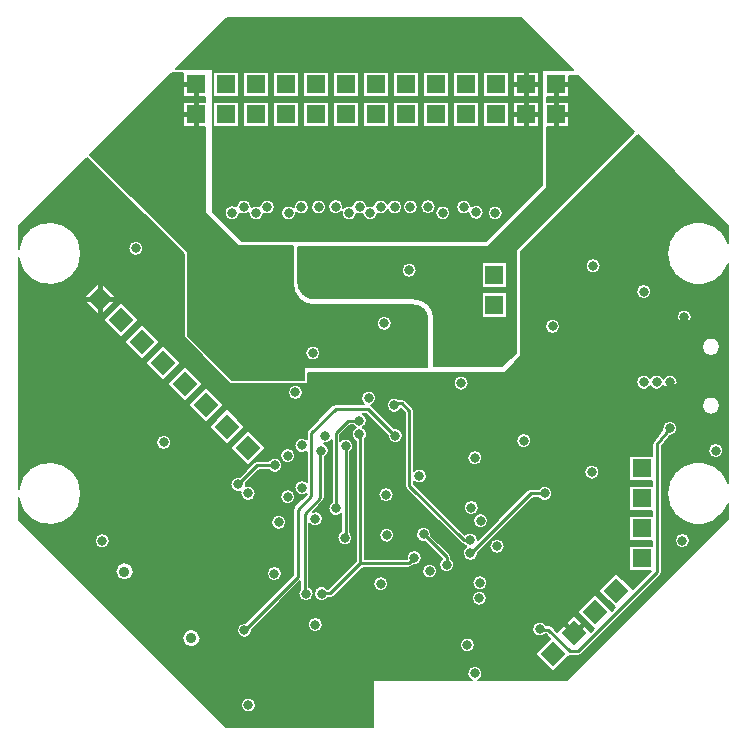
<source format=gbr>
G04 EasyPC Gerber Version 21.0.3 Build 4286 *
G04 #@! TF.Part,Single*
G04 #@! TF.FileFunction,Copper,L2,Inr *
G04 #@! TF.FilePolarity,Positive *
%FSLAX35Y35*%
%MOIN*%
G04 #@! TA.AperFunction,ComponentPad*
%ADD90R,0.06000X0.06000*%
G04 #@! TA.AperFunction,SMDPad*
%AMT19*0 Rectangle Pad at angle 45*21,1,0.06000,0.06000,0,0,45*%
%ADD19T19*%
G04 #@! TD.AperFunction*
%ADD73C,0.00500*%
%ADD76C,0.01000*%
%ADD79C,0.01500*%
G04 #@! TA.AperFunction,ViaPad*
%ADD97C,0.03200*%
G04 #@! TA.AperFunction,ComponentPad*
%ADD95C,0.03600*%
X0Y0D02*
D02*
D19*
X29901Y145799D03*
X36972Y138728D03*
X44043Y131657D03*
X51115Y124585D03*
X58185Y117515D03*
X65257Y110443D03*
X72328Y103372D03*
X79399Y96301D03*
X180937Y27437D03*
X188008Y34508D03*
X195079Y41579D03*
X202150Y48650D03*
D02*
D73*
X25768Y193032D02*
X2850Y170115D01*
Y162496*
G75*
G02X23750Y161050I10400J-1446*
G01*
G75*
G02X2850Y159604I-10500*
G01*
Y82496*
G75*
G02X23750Y81050I10400J-1446*
G01*
G75*
G02X2850Y79604I-10500*
G01*
Y72285*
X72085Y3050*
X121050*
Y18750*
X153849*
G75*
G02X152400Y21050I1101J2300*
G01*
G75*
G02X157500I2550*
G01*
G75*
G02X156051Y18750I-2550*
G01*
X185815*
X239450Y72385*
Y77552*
G75*
G02X219050Y81050I-9900J3498*
G01*
G75*
G02X239450Y84548I10500*
G01*
Y157552*
G75*
G02X219050Y161050I-9900J3498*
G01*
G75*
G02X239450Y164548I10500*
G01*
Y170215*
X209182Y200482*
X170350Y161650*
Y126750*
X164950Y121350*
X99450*
Y117450*
X73450*
X57850Y133050*
Y160950*
X25768Y193032*
X23891Y145799D02*
X29901Y151809D01*
X35911Y145799*
X29901Y139789*
X23891Y145799*
X30962Y138728D02*
X36972Y144738D01*
X42983Y138728*
X36972Y132717*
X30962Y138728*
X33300Y65250D02*
G75*
G02X28200I-2550D01*
G01*
G75*
G02X33300I2550*
G01*
X36008Y57192D02*
G75*
G02X40321Y52879I2157J-2157D01*
G01*
G75*
G02X36008Y57192I-2157J2157*
G01*
X38033Y131657D02*
X44043Y137667D01*
X50054Y131657*
X44043Y125646*
X38033Y131657*
X44500Y162750D02*
G75*
G02X39400I-2550D01*
G01*
G75*
G02X44500I2550*
G01*
X45104Y124585D02*
X51115Y130596D01*
X57125Y124585*
X51115Y118575*
X45104Y124585*
X48700Y98050D02*
G75*
G02X53800I2550D01*
G01*
G75*
G02X48700I-2550*
G01*
X52175Y117515D02*
X58185Y123525D01*
X64196Y117515*
X58185Y111504*
X52175Y117515*
X58282Y34918D02*
G75*
G02X62595Y30605I2157J-2157D01*
G01*
G75*
G02X58282Y34918I-2157J2157*
G01*
X59246Y110443D02*
X65257Y116454D01*
X71267Y110443*
X65257Y104433*
X59246Y110443*
X66317Y103372D02*
X72328Y109383D01*
X78338Y103372*
X72328Y97362*
X66317Y103372*
X73389Y96301D02*
X79399Y102311D01*
X85409Y96301*
X79399Y90291*
X73389Y96301*
X76508Y86559D02*
X81425Y91475D01*
G75*
G02X82450Y91900I1025J-1025*
G01*
X86152*
G75*
G02X90800Y90450I2098J-1450*
G01*
G75*
G02X86152Y89000I-2550*
G01*
X83051*
X78559Y84508*
G75*
G02X78532Y83465I-2508J-457*
G01*
G75*
G02X81900Y81050I818J-2415*
G01*
G75*
G02X76800I-2550*
G01*
G75*
G02X76868Y81635I2550J-1*
G01*
G75*
G02X73500Y84050I-818J2415*
G01*
G75*
G02X76508Y86559I2550*
G01*
X76938Y10512D02*
G75*
G02X82038I2550D01*
G01*
G75*
G02X76938I-2550*
G01*
X78420Y37986D02*
X94343Y53819D01*
Y75650*
G75*
G02X94813Y76787I1607*
G01*
X98843Y80816*
Y80882*
G75*
G02X94800Y82950I-1493J2068*
G01*
G75*
G02X98843Y85018I2550*
G01*
Y94982*
G75*
G02X94800Y97050I-1493J2068*
G01*
G75*
G02X98843Y99118I2550*
G01*
Y101150*
G75*
G02X99313Y102287I1607*
G01*
X107413Y110387*
G75*
G02X108550Y110857I1137J-1137*
G01*
X117959*
G75*
G02X117000Y112850I1591J1993*
G01*
G75*
G02X122100I2550*
G01*
G75*
G02X120345Y110427I-2550*
G01*
G75*
G02X120387Y110387I-1100J-1174*
G01*
X128011Y102762*
G75*
G02X131000Y100250I439J-2512*
G01*
G75*
G02X125900I-2550*
G01*
G75*
G02X125901Y100326I2551J-2*
G01*
X118584Y107643*
X117567*
G75*
G02X117551Y103050I-1117J-2293*
G01*
G75*
G02X118200Y98895I-1101J-2300*
G01*
Y59200*
X132240*
G75*
G02X132200Y59650I2510J451*
G01*
G75*
G02X137300I2550*
G01*
G75*
G02X134292Y57141I-2550*
G01*
X133875Y56725*
G75*
G02X132850Y56300I-1025J1025*
G01*
X117573*
X107887Y46613*
G75*
G02X106750Y46143I-1137J1137*
G01*
X105907*
G75*
G02X101300Y47650I-2057J1507*
G01*
G75*
G02X105744Y49357I2550*
G01*
X106084*
X115300Y58573*
Y98474*
G75*
G02X115349Y103050I1150J2276*
G01*
G75*
G02X114352Y103900I1101J2300*
G01*
X113351*
X110100Y100649*
Y98705*
G75*
G02X114400Y96850I1750J-1855*
G01*
G75*
G02X113300Y94752I-2550*
G01*
Y68194*
G75*
G02X114200Y66250I-1650J-1944*
G01*
G75*
G02X109100I-2550*
G01*
G75*
G02X110400Y68472I2550*
G01*
Y74195*
G75*
G02X106100Y76050I-1750J1855*
G01*
G75*
G02X107200Y78148I2550*
G01*
Y98879*
G75*
G02X104669Y97729I-2150J1371*
G01*
G75*
G02X104900Y93074I-919J-2379*
G01*
Y79550*
G75*
G02X104475Y78525I-1450*
G01*
X100907Y74957*
G75*
G02X104300Y72550I843J-2407*
G01*
G75*
G02X99700Y71033I-2550*
G01*
Y49974*
G75*
G02X101200Y47650I-1050J-2324*
G01*
G75*
G02X96100I-2550*
G01*
G75*
G02X96800Y49405I2550*
G01*
Y51728*
X80687Y35706*
G75*
G02X80700Y35450I-2537J-257*
G01*
G75*
G02X75600I-2550*
G01*
G75*
G02X78420Y37986I2550*
G01*
X85600Y54350D02*
G75*
G02X90700I2550D01*
G01*
G75*
G02X85600I-2550*
G01*
X92100Y71450D02*
G75*
G02X87000I-2550D01*
G01*
G75*
G02X92100I2550*
G01*
X95100Y79950D02*
G75*
G02X90000I-2550D01*
G01*
G75*
G02X95100I2550*
G01*
Y93650D02*
G75*
G02X90000I-2550D01*
G01*
G75*
G02X95100I2550*
G01*
X97700Y114750D02*
G75*
G02X92600I-2550D01*
G01*
G75*
G02X97700I2550*
G01*
X99200Y37350D02*
G75*
G02X104300I2550D01*
G01*
G75*
G02X99200I-2550*
G01*
X122800Y80650D02*
G75*
G02X127900I2550D01*
G01*
G75*
G02X122800I-2550*
G01*
X123000Y67150D02*
G75*
G02X128100I2550D01*
G01*
G75*
G02X123000I-2550*
G01*
X126100Y50950D02*
G75*
G02X121000I-2550D01*
G01*
G75*
G02X126100I2550*
G01*
X129667Y112500D02*
X130650D01*
G75*
G02X131675Y112075J-1450*
G01*
X134175Y109575*
G75*
G02X134600Y108550I-1025J-1025*
G01*
Y88605*
G75*
G02X139000Y86850I1850J-1755*
G01*
G75*
G02X134600Y85095I-2550*
G01*
Y84251*
X151522Y67328*
G75*
G02X155897Y65670I1828J-1778*
G01*
X172413Y82187*
G75*
G02X173550Y82657I1137J-1137*
G01*
X176270*
G75*
G02X180800Y81050I1980J-1607*
G01*
G75*
G02X176270Y79443I-2550*
G01*
X174216*
X155994Y61221*
G75*
G02X156000Y61050I-2544J-174*
G01*
G75*
G02X150900I-2550*
G01*
G75*
G02X152201Y63273I2550*
G01*
G75*
G02X151252Y64100I1149J2276*
G01*
X151250*
G75*
G02X150225Y64525J1450*
G01*
X132125Y82625*
G75*
G02X131700Y83650I1025J1025*
G01*
Y107949*
X130400Y109250*
G75*
G02X125600Y110450I-2250J1200*
G01*
G75*
G02X129667Y112500I2550*
G01*
X137300Y55150D02*
G75*
G02X142400I2550D01*
G01*
G75*
G02X137300I-2550*
G01*
X138308Y64941D02*
G75*
G02X135300Y67450I-458J2509D01*
G01*
G75*
G02X140400I2550*
G01*
G75*
G02X140359Y66992I-2550J-1*
G01*
X146575Y60775*
G75*
G02X147000Y59750I-1025J-1025*
G01*
Y59348*
G75*
G02X148100Y57250I-1450J-2098*
G01*
G75*
G02X143000I-2550*
G01*
G75*
G02X143986Y59264I2550*
G01*
X138308Y64941*
X149900Y30550D02*
G75*
G02X155000I2550D01*
G01*
G75*
G02X149900I-2550*
G01*
X151200Y76350D02*
G75*
G02X156300I2550D01*
G01*
G75*
G02X151200I-2550*
G01*
X152400Y92950D02*
G75*
G02X157500I2550D01*
G01*
G75*
G02X152400I-2550*
G01*
X152900Y117850D02*
G75*
G02X147800I-2550D01*
G01*
G75*
G02X152900I2550*
G01*
X153900Y46150D02*
G75*
G02X159000I2550D01*
G01*
G75*
G02X153900I-2550*
G01*
X154300Y71950D02*
G75*
G02X159400I2550D01*
G01*
G75*
G02X154300I-2550*
G01*
X159200Y51250D02*
G75*
G02X154100I-2550D01*
G01*
G75*
G02X159200I2550*
G01*
X164900Y63450D02*
G75*
G02X159800I-2550D01*
G01*
G75*
G02X164900I2550*
G01*
X173800Y98650D02*
G75*
G02X168700I-2550D01*
G01*
G75*
G02X173800I2550*
G01*
X178349Y34043D02*
G75*
G02X174000Y35850I-1799J1807D01*
G01*
G75*
G02X178676Y37257I2550*
G01*
X179450*
G75*
G02X180587Y36787J-1607*
G01*
X182431Y34942*
X188008Y40518*
X193576Y34950*
X194637Y36010*
X189069Y41579*
X195079Y47589*
X200647Y42020*
X201708Y43081*
X196140Y48650*
X202150Y54660*
X207719Y49092*
X213827Y55200*
X206500*
Y63700*
X214143*
Y65200*
X206500*
Y73700*
X214143*
Y75200*
X206500*
Y83700*
X214143*
Y85200*
X206500*
Y93700*
X214143*
Y97450*
G75*
G02X214504Y98465I1607*
G01*
X217480Y102118*
G75*
G02X217400Y102750I2470J632*
G01*
G75*
G02X222500I2550*
G01*
G75*
G02X220067Y100203I-2550*
G01*
X217357Y96878*
Y54850*
G75*
G02X216887Y53713I-1607*
G01*
X190587Y27413*
G75*
G02X189450Y26943I-1137J1137*
G01*
X186550*
G75*
G02X186456Y26945I0J1608*
G01*
X180937Y21426*
X174926Y27437*
X180158Y32669*
X178784Y34043*
X178349*
X183400Y136750D02*
G75*
G02X178300I-2550D01*
G01*
G75*
G02X183400I2550*
G01*
X191800Y156950D02*
G75*
G02X196900I2550D01*
G01*
G75*
G02X191800I-2550*
G01*
X193950Y85600D02*
G75*
G02Y90700J2550D01*
G01*
G75*
G02Y85600J-2550*
G01*
X213400Y116779D02*
G75*
G02X208700Y118150I-2150J1371D01*
G01*
G75*
G02X213400Y119521I2550*
G01*
G75*
G02X217827Y119299I2150J-1371*
G01*
G75*
G02X222600Y118050I2223J-1249*
G01*
G75*
G02X217773Y116901I-2550*
G01*
G75*
G02X213400Y116779I-2223J1249*
G01*
X213800Y148350D02*
G75*
G02X208700I-2550D01*
G01*
G75*
G02X213800I2550*
G01*
X221600Y65350D02*
G75*
G02X226700I2550D01*
G01*
G75*
G02X221600I-2550*
G01*
X222200Y139850D02*
G75*
G02X227300I2550D01*
G01*
G75*
G02X222200I-2550*
G01*
X232700Y95350D02*
G75*
G02X237800I2550D01*
G01*
G75*
G02X232700I-2550*
G01*
X233650Y107300D02*
G75*
G02Y113400J3050D01*
G01*
G75*
G02Y107300J-3050*
G01*
Y126900D02*
G75*
G02Y133000J3050D01*
G01*
G75*
G02Y126900J-3050*
G01*
X121050Y10512D02*
G36*
X82038D01*
G75*
G02X76938I-2550*
G01*
X64623*
X71835Y3300*
X121050*
Y10512*
G37*
X199826Y32761D02*
G36*
X195935D01*
X190587Y27413*
G75*
G02X189450Y26943I-1137J1138*
G01*
X186550*
G75*
G02X186456Y26945I8J1893*
G01*
X180937Y21426*
X174926Y27437*
X180158Y32669*
X180065Y32761*
X153720*
G75*
G02X155000Y30550I-1270J-2211*
G01*
G75*
G02X149900I-2550*
G01*
G75*
G02X151180Y32761I2550*
G01*
X63489*
G75*
G02X62595Y30605I-3050*
G01*
G75*
G02X57389Y32761I-2157J2157*
G01*
X42374*
X64623Y10512*
X76938*
G75*
G02X82038I2550*
G01*
X121050*
Y18750*
X153849*
G75*
G02X152400Y21050I1102J2300*
G01*
G75*
G02X157500I2550*
G01*
G75*
G02X156051Y18750I-2551J0*
G01*
X185815*
X199826Y32761*
G37*
X180065D02*
G36*
X178784Y34043D01*
X178349*
G75*
G02X174000Y35850I-1799J1807*
G01*
G75*
G02X174488Y37350I2550*
G01*
X104300*
G75*
G02X99200I-2550*
G01*
X82341*
X80687Y35706*
G75*
G02X80700Y35454I-2444J-252*
G01*
G75*
G02Y35450I-2476J-2*
G01*
G75*
G02X75600I-2550*
G01*
Y35450*
G75*
G02X76449Y37350I2550*
G01*
X37785*
X42374Y32761*
X57389*
G75*
G02X58282Y34918I3050*
G01*
G75*
G02X63489Y32761I2157J-2157*
G01*
X151180*
G75*
G02X153720I1270J-2211*
G01*
X180065*
G37*
X184840Y37350D02*
G36*
X178612D01*
G75*
G02X178676Y37257I-2063J-1499*
G01*
X179450*
G75*
G02X180587Y36787I-1J-1609*
G01*
X182431Y34942*
X184840Y37350*
G37*
X204415D02*
G36*
X200523D01*
X195935Y32761*
X199826*
X204415Y37350*
G37*
X193297D02*
G36*
X191176D01*
X193576Y34950*
X194637Y36010*
X193297Y37350*
G37*
X86631Y46150D02*
G36*
X28985D01*
X37785Y37350*
X76449*
G75*
G02X78420Y37986I1701J-1900*
G01*
X86631Y46150*
G37*
X193297Y37350D02*
G36*
X189069Y41579D01*
X193640Y46150*
X159000*
G75*
G02X153900I-2550*
G01*
X106904*
G75*
G02X106750Y46143I-155J1602*
G01*
X105907*
G75*
G02X101788Y46150I-2057J1507*
G01*
X100712*
G75*
G02X96588I-2062J1500*
G01*
X91190*
X82341Y37350*
X99200*
G75*
G02X104300I2550*
G01*
X174488*
G75*
G02X178612I2062J-1500*
G01*
X184840*
X188008Y40518*
X191176Y37350*
X193297*
G37*
X198640Y46150D02*
G36*
X196518D01*
X200647Y42020*
X201708Y43081*
X198640Y46150*
G37*
X213215D02*
G36*
X209323D01*
X200523Y37350*
X204415*
X213215Y46150*
G37*
X91458Y50950D02*
G36*
X24185D01*
X28985Y46150*
X86631*
X91458Y50950*
G37*
X198640Y46150D02*
G36*
X196140Y48650D01*
X198440Y50950*
X159182*
G75*
G02X154118I-2532J300*
G01*
X126100*
G75*
G02X121000I-2550*
G01*
X112223*
X107887Y46613*
G75*
G02X106904Y46150I-1137J1138*
G01*
X153900*
G75*
G02X159000I2550*
G01*
X193640*
X195079Y47589*
X196518Y46150*
X198640*
G37*
X96588D02*
G36*
G75*
G02X96100Y47650I2062J1500D01*
G01*
G75*
G02X96800Y49405I2550*
G01*
Y50950*
X96017*
X91190Y46150*
X96588*
G37*
X107677Y50950D02*
G36*
X99700D01*
Y49974*
G75*
G02X101200Y47650I-1050J-2324*
G01*
G75*
G02X100712Y46150I-2550*
G01*
X101788*
G75*
G02X101300Y47650I2062J1500*
G01*
G75*
G02X105744Y49357I2550*
G01*
X106084*
X107677Y50950*
G37*
X209577D02*
G36*
X205860D01*
X207719Y49092*
X209577Y50950*
G37*
X218015D02*
G36*
X214123D01*
X209323Y46150*
X213215*
X218015Y50950*
G37*
X94343Y55035D02*
G36*
X90606D01*
G75*
G02X90700Y54350I-2456J-685*
G01*
G75*
G02X85600I-2550*
G01*
G75*
G02X85694Y55035I2550J0*
G01*
X41215*
G75*
G02X40321Y52879I-3050*
G01*
G75*
G02X35115Y55035I-2157J2157*
G01*
X20100*
X24185Y50950*
X91458*
X94343Y53819*
Y55035*
G37*
X96800Y50950D02*
G36*
Y51728D01*
X96017Y50950*
X96800*
G37*
X213662Y55035D02*
G36*
X146814D01*
G75*
G02X144286I-1264J2215*
G01*
X142397*
G75*
G02X137303I-2547J115*
G01*
X116309*
X112223Y50950*
X121000*
G75*
G02X126100I2550*
G01*
X154118*
G75*
G02X154100Y51250I2532J300*
G01*
G75*
G02X159200I2550*
G01*
G75*
G02X159182Y50950I-2550*
G01*
X198440*
X202150Y54660*
X205860Y50950*
X209577*
X213662Y55035*
G37*
X111762D02*
G36*
X99700D01*
Y50950*
X107677*
X111762Y55035*
G37*
X222100D02*
G36*
X217357D01*
Y54850*
G75*
G02X216887Y53713I-1609J1*
G01*
X214123Y50950*
X218015*
X222100Y55035*
G37*
X94343Y65250D02*
G36*
X33300D01*
G75*
G02X28200I-2550*
G01*
X9885*
X20100Y55035*
X35115*
G75*
G02X36008Y57192I3050*
G01*
G75*
G02X41215Y55035I2157J-2157*
G01*
X85694*
G75*
G02X90606I2456J-685*
G01*
X94343*
Y65250*
G37*
X206500D02*
G36*
X164156D01*
G75*
G02X164900Y63450I-1806J-1800*
G01*
G75*
G02X159800I-2550*
G01*
G75*
G02X160544Y65250I2550*
G01*
X160023*
X155994Y61221*
G75*
G02X156000Y61050I-2648J-177*
G01*
G75*
G02X150900I-2550*
G01*
Y61050*
G75*
G02X152201Y63273I2549*
G01*
G75*
G02X151252Y64100I1147J2274*
G01*
X151250*
G75*
G02X150225Y64525I1J1453*
G01*
X149500Y65250*
X142101*
X146575Y60775*
G75*
G02X147000Y59750I-1028J-1026*
G01*
Y59348*
G75*
G02X148100Y57250I-1450J-2098*
G01*
G75*
G02X146814Y55035I-2550*
G01*
X213662*
X213827Y55200*
X206500*
Y63700*
X214143*
Y65200*
X206500*
Y65250*
G37*
X115300D02*
G36*
X113996D01*
G75*
G02X109304I-2346J1000*
G01*
X99700*
Y55035*
X111762*
X115300Y58573*
Y65250*
G37*
X144286Y55035D02*
G36*
G75*
G02X143000Y57250I1264J2215D01*
G01*
G75*
G02X143986Y59264I2552J-1*
G01*
X138308Y64941*
G75*
G02X136560Y65250I-458J2509*
G01*
X127251*
G75*
G02X123849I-1701J1900*
G01*
X118200*
Y59200*
X132240*
G75*
G02X132200Y59650I2544J454*
G01*
G75*
G02X137300I2550*
G01*
G75*
G02X134292Y57141I-2550*
G01*
X133875Y56725*
G75*
G02X132850Y56300I-1026J1028*
G01*
X117573*
X116309Y55035*
X137303*
G75*
G02X137300Y55150I2547J119*
G01*
G75*
G02X142400I2550*
G01*
G75*
G02X142397Y55035I-2550J4*
G01*
X144286*
G37*
X232315Y65250D02*
G36*
X226698D01*
G75*
G02X221602I-2548J100*
G01*
X217357*
Y55035*
X222100*
X232315Y65250*
G37*
X94343Y71450D02*
G36*
X92100D01*
G75*
G02X87000I-2550*
G01*
X17503*
G75*
G02X8997I-4253J9600*
G01*
X3685*
X9885Y65250*
X28200*
G75*
G02X33300I2550*
G01*
X94343*
Y71450*
G37*
X161677D02*
G36*
X159350D01*
G75*
G02X154350I-2500J500*
G01*
X147401*
X151522Y67328*
G75*
G02X155897Y65670I1828J-1778*
G01*
X161677Y71450*
G37*
X109304Y65250D02*
G36*
G75*
G02X109100Y66250I2346J1000D01*
G01*
Y66250*
G75*
G02X110400Y68472I2549*
G01*
Y71450*
X104050*
G75*
G02X99700Y71033I-2300J1100*
G01*
Y65250*
X109304*
G37*
X115300Y71450D02*
G36*
X113300D01*
Y68194*
G75*
G02X114200Y66250I-1649J-1944*
G01*
Y66250*
G75*
G02X113996Y65250I-2550*
G01*
X115300*
Y71450*
G37*
X149500Y65250D02*
G36*
X143300Y71450D01*
X118200*
Y65250*
X123849*
G75*
G02X123000Y67150I1701J1900*
G01*
G75*
G02X128100I2550*
G01*
G75*
G02X127251Y65250I-2550*
G01*
X136560*
G75*
G02X135300Y67450I1290J2200*
G01*
G75*
G02X140400I2550*
G01*
G75*
G02Y67447I-2589J-1*
G01*
G75*
G02X140359Y66992I-2526*
G01*
X142101Y65250*
X149500*
G37*
X206500Y71450D02*
G36*
X166223D01*
X160023Y65250*
X160544*
G75*
G02X164156I1806J-1800*
G01*
X206500*
Y71450*
G37*
X225297D02*
G36*
X217357D01*
Y65250*
X221602*
G75*
G02X221600Y65350I2548J100*
G01*
G75*
G02X226700I2550*
G01*
G75*
G02X226698Y65250I-2550*
G01*
X232315*
X238515Y71450*
X233803*
G75*
G02X225297I-4253J9600*
G01*
G37*
X3685D02*
G36*
X8997D01*
G75*
G02X3861Y76350I4253J9600*
G01*
X3100*
Y72035*
X3685Y71450*
G37*
X94343D02*
G36*
Y75650D01*
G75*
G02X94503Y76350I1609J-1*
G01*
X22639*
G75*
G02X17503Y71450I-9389J4700*
G01*
X87000*
G75*
G02X92100I2550*
G01*
X94343*
G37*
X166577Y76350D02*
G36*
X156300D01*
G75*
G02X151200I-2550*
G01*
X142501*
X147401Y71450*
X154350*
G75*
G02X154300Y71950I2501J500*
G01*
G75*
G02X159400I2550*
G01*
G75*
G02X159350Y71450I-2550J0*
G01*
X161677*
X166577Y76350*
G37*
X106118D02*
G36*
X102301D01*
X100907Y74957*
G75*
G02X104300Y72550I843J-2406*
G01*
Y72550*
G75*
G02X104050Y71450I-2550J0*
G01*
X110400*
Y74195*
G75*
G02X106100Y76050I-1750J1855*
G01*
G75*
G02X106118Y76350I2550*
G01*
G37*
X115300D02*
G36*
X113300D01*
Y71450*
X115300*
Y76350*
G37*
X143300Y71450D02*
G36*
X138400Y76350D01*
X118200*
Y71450*
X143300*
G37*
X206500Y76350D02*
G36*
X171123D01*
X166223Y71450*
X206500*
Y73700*
X214143*
Y75200*
X206500*
Y76350*
G37*
X220161D02*
G36*
X217357D01*
Y71450*
X225297*
G75*
G02X220161Y76350I4253J9600*
G01*
G37*
X238939D02*
G36*
G75*
G02X233803Y71450I-9389J4700D01*
G01*
X238515*
X239200Y72135*
Y76350*
X238939*
G37*
X97977Y79950D02*
G36*
X95100D01*
G75*
G02X90000I-2550*
G01*
X81650*
G75*
G02X77050I-2300J1100*
G01*
X23692*
G75*
G02X22639Y76350I-10443J1100*
G01*
X94503*
G75*
G02X94813Y76787I1448J-700*
G01*
X97977Y79950*
G37*
X3861Y76350D02*
G36*
G75*
G02X3100Y78362I9390J4700D01*
G01*
Y76350*
X3861*
G37*
X170177Y79950D02*
G36*
X138901D01*
X142501Y76350*
X151200*
G75*
G02X156300I2550*
G01*
X166577*
X170177Y79950*
G37*
X107200D02*
G36*
X104900D01*
Y79550*
G75*
G02X104475Y78525I-1453J1*
G01*
X102301Y76350*
X106118*
G75*
G02X107200Y78148I2533J-300*
G01*
Y79950*
G37*
X115300D02*
G36*
X113300D01*
Y76350*
X115300*
Y79950*
G37*
X138400Y76350D02*
G36*
X134800Y79950D01*
X127802*
G75*
G02X122898I-2452J700*
G01*
X118200*
Y76350*
X138400*
G37*
X206500Y79950D02*
G36*
X180550D01*
G75*
G02X176270Y79443I-2300J1100*
G01*
X174216*
X171123Y76350*
X206500*
Y79950*
G37*
X239200Y76911D02*
G36*
G75*
G02X238939Y76350I-9647J4137D01*
G01*
X239200*
Y76911*
G37*
X219108Y79950D02*
G36*
X217357D01*
Y76350*
X220161*
G75*
G02X219108Y79950I9390J4700*
G01*
G37*
X77050D02*
G36*
G75*
G02X76800Y81050I2300J1100D01*
G01*
G75*
G02Y81052I2707J1*
G01*
G75*
G02X76868Y81635I2524*
G01*
G75*
G02X73500Y84050I-818J2415*
G01*
G75*
G02X74149Y85750I2550*
G01*
X22639*
G75*
G02X23750Y81050I-9389J-4700*
G01*
G75*
G02X23692Y79950I-10501J1*
G01*
X77050*
G37*
X3861Y85750D02*
G36*
X3100D01*
Y83738*
G75*
G02X3861Y85750I10151J-2688*
G01*
G37*
X206500D02*
G36*
X194812D01*
G75*
G02X193950Y85600I-862J2400*
G01*
G75*
G02X193088Y85750J2550*
G01*
X138750*
G75*
G02X134600Y85095I-2300J1100*
G01*
Y84251*
X138901Y79950*
X170177*
X172413Y82187*
G75*
G02X173550Y82657I1137J-1138*
G01*
X176270*
G75*
G02X180800Y81050I1980J-1607*
G01*
G75*
G02X180550Y79950I-2550J0*
G01*
X206500*
Y83700*
X214143*
Y85200*
X206500*
Y85750*
G37*
X98843D02*
G36*
X79801D01*
X78559Y84508*
G75*
G02X78600Y84051I-2504J-457*
G01*
G75*
G02X78532Y83465I-2548J0*
G01*
G75*
G02X81900Y81050I818J-2415*
G01*
G75*
G02X81650Y79950I-2550J0*
G01*
X90000*
G75*
G02X95100I2550*
G01*
X97977*
X98843Y80816*
Y80882*
G75*
G02X94800Y82950I-1493J2068*
G01*
Y82950*
G75*
G02X98843Y85018I2550*
G01*
Y85750*
G37*
X107200D02*
G36*
X104900D01*
Y79950*
X107200*
Y85750*
G37*
X115300D02*
G36*
X113300D01*
Y79950*
X115300*
Y85750*
G37*
X134800Y79950D02*
G36*
X132125Y82625D01*
G75*
G02X131700Y83650I1028J1026*
G01*
Y85750*
X118200*
Y79950*
X122898*
G75*
G02X122800Y80650I2452J700*
G01*
G75*
G02X127900I2550*
G01*
G75*
G02X127802Y79950I-2550J0*
G01*
X134800*
G37*
X219108D02*
G36*
G75*
G02X219050Y81050I10443J1101D01*
G01*
G75*
G02X220161Y85750I10500*
G01*
X217357*
Y79950*
X219108*
G37*
X239200Y85189D02*
G36*
Y85750D01*
X238939*
G75*
G02X239200Y85189I-9387J-4699*
G01*
G37*
X78099Y88150D02*
G36*
X20985D01*
G75*
G02X22639Y85750I-7736J-7101*
G01*
X74149*
G75*
G02X76508Y86559I1901J-1700*
G01*
X78099Y88150*
G37*
X3861Y85750D02*
G36*
G75*
G02X5515Y88150I9390J-4701D01*
G01*
X3100*
Y85750*
X3861*
G37*
X191400Y88150D02*
G36*
X138644D01*
G75*
G02X139000Y86850I-2194J-1300*
G01*
G75*
G02X138750Y85750I-2550J0*
G01*
X193088*
G75*
G02X191400Y88150I862J2400*
G01*
G37*
X98843D02*
G36*
X89351D01*
G75*
G02X87149I-1101J2300*
G01*
X82201*
X79801Y85750*
X98843*
Y88150*
G37*
X107200D02*
G36*
X104900D01*
Y85750*
X107200*
Y88150*
G37*
X115300D02*
G36*
X113300D01*
Y85750*
X115300*
Y88150*
G37*
X131700Y85750D02*
G36*
Y88150D01*
X118200*
Y85750*
X131700*
G37*
X206500Y88150D02*
G36*
X196500D01*
G75*
G02X194812Y85750I-2550*
G01*
X206500*
Y88150*
G37*
X220161Y85750D02*
G36*
G75*
G02X221815Y88150I9390J-4701D01*
G01*
X217357*
Y85750*
X220161*
G37*
X238939D02*
G36*
X239200D01*
Y88150*
X237285*
G75*
G02X238939Y85750I-7736J-7101*
G01*
G37*
X98843Y93650D02*
G36*
X95100D01*
G75*
G02X90000I-2550*
G01*
X82758*
X79399Y90291*
X76040Y93650*
X3100*
Y88150*
X5515*
G75*
G02X20985I7735J-7100*
G01*
X78099*
X81425Y91475*
G75*
G02X82450Y91900I1026J-1028*
G01*
X86152*
G75*
G02X90800Y90450I2098J-1450*
G01*
G75*
G02X89351Y88150I-2550*
G01*
X98843*
Y93650*
G37*
X87149Y88150D02*
G36*
G75*
G02X86152Y89000I1101J2300D01*
G01*
X83051*
X82201Y88150*
X87149*
G37*
X206500Y93650D02*
G36*
X157402D01*
G75*
G02X157500Y92950I-2452J-700*
G01*
G75*
G02X152400I-2550*
G01*
G75*
G02X152498Y93650I2550J0*
G01*
X134600*
Y88605*
G75*
G02X138644Y88150I1850J-1755*
G01*
X191400*
G75*
G02X193950Y90700I2550*
G01*
G75*
G02X196500Y88150J-2550*
G01*
X206500*
Y93650*
G37*
X107200D02*
G36*
X105651D01*
G75*
G02X104900Y93074I-1901J1700*
G01*
Y88150*
X107200*
Y93650*
G37*
X115300D02*
G36*
X113300D01*
Y88150*
X115300*
Y93650*
G37*
X131700Y88150D02*
G36*
Y93650D01*
X118200*
Y88150*
X131700*
G37*
X237285D02*
G36*
X239200D01*
Y93650*
X237151*
G75*
G02X233349I-1901J1700*
G01*
X217357*
Y88150*
X221815*
G75*
G02X237285I7735J-7100*
G01*
G37*
X75137Y98050D02*
G36*
X73015D01*
X72328Y97362*
X71640Y98050*
X53800*
G75*
G02X48700I-2550*
G01*
X3100*
Y93650*
X76040*
X73389Y96301*
X75137Y98050*
G37*
X95004D02*
G36*
X83660D01*
X85409Y96301*
X82758Y93650*
X90000*
G75*
G02X95100I2550*
G01*
X98843*
Y94982*
G75*
G02X94800Y97050I-1493J2068*
G01*
Y97050*
G75*
G02X95004Y98050I2550J0*
G01*
G37*
X107200D02*
G36*
X106340D01*
G75*
G02X104669Y97729I-1289J2199*
G01*
G75*
G02X106300Y95350I-919J-2379*
G01*
G75*
G02X105651Y93650I-2550*
G01*
X107200*
Y98050*
G37*
X115300D02*
G36*
X114100D01*
G75*
G02X114400Y96850I-2250J-1200*
G01*
G75*
G02X113300Y94752I-2550J0*
G01*
Y93650*
X115300*
Y98050*
G37*
X131700D02*
G36*
X129739D01*
G75*
G02X127161I-1289J2200*
G01*
X118200*
Y93650*
X131700*
Y98050*
G37*
X214259D02*
G36*
X173728D01*
G75*
G02X168772I-2478J600*
G01*
X134600*
Y93650*
X152498*
G75*
G02X157402I2452J-700*
G01*
X206500*
Y93700*
X214143*
Y97450*
G75*
G02Y97451I1410J0*
G01*
G75*
G02X214259Y98050I1605*
G01*
G37*
X218313D02*
G36*
X217357Y96878D01*
Y93650*
X233349*
G75*
G02X232700Y95350I1901J1700*
G01*
G75*
G02X237800I2550*
G01*
G75*
G02X237151Y93650I-2550*
G01*
X239200*
Y98050*
X218313*
G37*
X107473Y110443D02*
G36*
X71267D01*
X65257Y104433*
X59246Y110443*
X3100*
Y98050*
X48700*
G75*
G02X53800I2550*
G01*
X71640*
X66317Y103372*
X72328Y109383*
X78338Y103372*
X73015Y98050*
X75137*
X79399Y102311*
X83660Y98050*
X95004*
G75*
G02X98843Y99118I2346J-1000*
G01*
Y101150*
G75*
G02X99313Y102287I1609J-1*
G01*
X107413Y110387*
G75*
G02X107473Y110443I1137J-1141*
G01*
G37*
X107200Y98050D02*
G36*
Y98879D01*
G75*
G02X106340Y98050I-2150J1370*
G01*
X107200*
G37*
X115300D02*
G36*
Y98474D01*
G75*
G02X113900Y100750I1150J2276*
G01*
G75*
G02X115349Y103050I2550*
G01*
G75*
G02X114352Y103900I1102J2301*
G01*
X113351*
X110100Y100649*
Y98705*
G75*
G02X114100Y98050I1750J-1855*
G01*
X115300*
G37*
X127161D02*
G36*
G75*
G02X125900Y100250I1289J2200D01*
G01*
G75*
G02X125901Y100326I3631J-19*
G01*
X118584Y107643*
X117567*
G75*
G02X119000Y105350I-1117J-2293*
G01*
G75*
G02X117551Y103050I-2550*
G01*
G75*
G02X119000Y100750I-1102J-2300*
G01*
G75*
G02X118200Y98895I-2550J0*
G01*
Y98050*
X127161*
G37*
X131700D02*
G36*
Y107949D01*
X130400Y109250*
G75*
G02X125600Y110443I-2250J1200*
G01*
X120393*
G75*
G02X120345Y110427I-843J2409*
G01*
G75*
G02X120387Y110387I-2069J-2170*
G01*
X128011Y102762*
G75*
G02X131000Y100250I439J-2512*
G01*
G75*
G02X129739Y98050I-2550*
G01*
X131700*
G37*
X218313D02*
G36*
X239200D01*
Y110443*
X236698*
G75*
G02X236700Y110350I-3049J-98*
G01*
G75*
G02X233650Y107300I-3050*
G01*
G75*
G02X230600Y110350J3050*
G01*
G75*
G02X230602Y110443I3050J-5*
G01*
X133307*
X134175Y109575*
G75*
G02X134600Y108550I-1028J-1026*
G01*
Y98050*
X168772*
G75*
G02X168700Y98650I2479J600*
G01*
G75*
G02X173800I2550*
G01*
G75*
G02X173728Y98050I-2550J0*
G01*
X214259*
G75*
G02X214504Y98465I1488J-599*
G01*
X217480Y102118*
G75*
G02X217400Y102750I2491J635*
G01*
G75*
G02X222500I2550*
G01*
G75*
G02X220067Y100203I-2550J0*
G01*
X218313Y98050*
G37*
X59246Y110443D02*
G36*
X63553Y114750D01*
X61431*
X58185Y111504*
X54940Y114750*
X3100*
Y110443*
X59246*
G37*
X117849Y114750D02*
G36*
X97700D01*
G75*
G02X92600I-2550*
G01*
X66960*
X71267Y110443*
X107473*
G75*
G02X108550Y110857I1078J-1194*
G01*
X117959*
G75*
G02X117000Y112850I1591J1992*
G01*
Y112850*
G75*
G02X117849Y114750I2550*
G01*
G37*
X133307Y110443D02*
G36*
X230602D01*
G75*
G02X233650Y113400I3048J-93*
G01*
G75*
G02X236698Y110443J-3050*
G01*
X239200*
Y114750*
X121251*
G75*
G02X122100Y112850I-1701J-1900*
G01*
G75*
G02X120393Y110443I-2550*
G01*
X125600*
G75*
G02Y110450I2557J4*
G01*
Y110450*
G75*
G02X129667Y112500I2550*
G01*
X130650*
G75*
G02X131675Y112075I-1J-1453*
G01*
X133307Y110443*
G37*
X222543Y117515D02*
G36*
G75*
G02X217773Y116901I-2493J535D01*
G01*
G75*
G02X213400Y116779I-2223J1248*
G01*
G75*
G02X208780Y117515I-2150J1371*
G01*
X152878*
G75*
G02X147822I-2528J335*
G01*
X99450*
Y117450*
X73450*
X73385Y117515*
X64196*
X61431Y114750*
X63553*
X65257Y116454*
X66960Y114750*
X92600*
G75*
G02X97700I2550*
G01*
X117849*
G75*
G02X121251I1701J-1900*
G01*
X239200*
Y117515*
X222543*
G37*
X52175D02*
G36*
X3100D01*
Y114750*
X54940*
X52175Y117515*
G37*
X66315Y124585D02*
G36*
X57125D01*
X51115Y118575*
X45104Y124585*
X3100*
Y117515*
X52175*
X58185Y123525*
X64196Y117515*
X73385*
X66315Y124585*
G37*
X168185D02*
G36*
X164950Y121350D01*
X99450*
Y117515*
X147822*
G75*
G02X147800Y117850I2528J335*
G01*
G75*
G02X152900I2550*
G01*
G75*
G02X152878Y117515I-2550J-1*
G01*
X208780*
G75*
G02X208700Y118150I2470J635*
G01*
G75*
G02X213400Y119521I2550*
G01*
G75*
G02X217827Y119299I2150J-1371*
G01*
G75*
G02X222600Y118050I2223J-1249*
G01*
G75*
G02X222543Y117515I-2550J-1*
G01*
X239200*
Y124585*
X168185*
G37*
X59243Y131657D02*
G36*
X50054D01*
X44043Y125646*
X38033Y131657*
X3100*
Y124585*
X45104*
X51115Y130596*
X57125Y124585*
X66315*
X59243Y131657*
G37*
X170350D02*
G36*
Y126750D01*
X168185Y124585*
X239200*
Y131657*
X236178*
G75*
G02X236700Y129950I-2528J-1706*
G01*
G75*
G02X233650Y126900I-3050*
G01*
G75*
G02X230600Y129950J3050*
G01*
G75*
G02X231122Y131657I3050J0*
G01*
X170350*
G37*
X57850Y138728D02*
G36*
X42983D01*
X36972Y132717*
X30962Y138728*
X3100*
Y131657*
X38033*
X44043Y137667*
X50054Y131657*
X59243*
X57850Y133050*
Y138728*
G37*
X227040D02*
G36*
G75*
G02X222460I-2290J1122D01*
G01*
X182460*
G75*
G02X183400Y136750I-1610J-1978*
G01*
G75*
G02X178300I-2550*
G01*
G75*
G02X179240Y138728I2550*
G01*
X170350*
Y131657*
X231122*
G75*
G02X233650Y133000I2528J-1707*
G01*
G75*
G02X236178Y131657J-3050*
G01*
X239200*
Y138728*
X227040*
G37*
X57850Y145799D02*
G36*
X35911D01*
X29901Y139789*
X23891Y145799*
X3100*
Y138728*
X30962*
X36972Y144738*
X42983Y138728*
X57850*
Y145799*
G37*
X170350D02*
G36*
Y138728D01*
X179240*
G75*
G02X182460I1610J-1978*
G01*
X222460*
G75*
G02X222200Y139850I2290J1122*
G01*
G75*
G02X227300I2550*
G01*
G75*
G02X227040Y138728I-2550*
G01*
X239200*
Y145799*
X170350*
G37*
X57850Y148350D02*
G36*
X33360D01*
X35911Y145799*
X57850*
Y148350*
G37*
X23891Y145799D02*
G36*
X26442Y148350D01*
X3100*
Y145799*
X23891*
G37*
X170350Y148350D02*
G36*
Y145799D01*
X239200*
Y148350*
X213800*
G75*
G02X208700I-2550*
G01*
X170350*
G37*
X57850Y156950D02*
G36*
X22917D01*
G75*
G02X3583I-9667J4100*
G01*
X3100*
Y148350*
X26442*
X29901Y151809*
X33360Y148350*
X57850*
Y156950*
G37*
X219883D02*
G36*
X196900D01*
G75*
G02X191800I-2550*
G01*
X170350*
Y148350*
X208700*
G75*
G02X213800I2550*
G01*
X239200*
Y156911*
G75*
G02X219883Y156950I-9650J4139*
G01*
G37*
X56050Y162750D02*
G36*
X44500D01*
G75*
G02X39400I-2550*
G01*
X23611*
G75*
G02X23750Y161050I-10362J-1700*
G01*
G75*
G02X22917Y156950I-10500J0*
G01*
X57850*
Y160950*
X56050Y162750*
G37*
X3583Y156950D02*
G36*
G75*
G02X3100Y158362I9668J4100D01*
G01*
Y156950*
X3583*
G37*
X219189Y162750D02*
G36*
X171450D01*
X170350Y161650*
Y156950*
X191800*
G75*
G02X196900I2550*
G01*
X219883*
G75*
G02X219050Y161050I9667J4100*
G01*
G75*
G02X219189Y162750I10500J0*
G01*
G37*
X56050D02*
G36*
X25768Y193032D01*
X3100Y170365*
Y163738*
G75*
G02X23611Y162750I10150J-2689*
G01*
X39400*
G75*
G02X44500I2550*
G01*
X56050*
G37*
X239200Y170465D02*
G36*
X209432Y200232D01*
X208932*
X171450Y162750*
X219189*
G75*
G02X239200Y165189I10361J-1700*
G01*
Y170465*
G37*
X26768Y194032D02*
X59250Y161550D01*
Y133550*
X73850Y118950*
X98150*
Y123350*
X139150*
Y139150*
G75*
G03X134550Y143750I-4600*
G01*
X101350*
G75*
G02X94350Y150750J7000*
G01*
Y163450*
X76150*
X64950Y174650*
Y203200*
X57800*
Y211700*
X64950*
Y213200*
X57800*
Y221250*
X53985*
X26768Y194032*
X103500Y127850D02*
G75*
G02X98400I-2550D01*
G01*
G75*
G02X103500I2550*
G01*
X127300Y137750D02*
G75*
G02X122200I-2550D01*
G01*
G75*
G02X127300I2550*
G01*
X138900Y123350D02*
G36*
Y127850D01*
X103500*
G75*
G02X98400I-2550*
G01*
X64950*
X73600Y119200*
X98150*
Y123350*
X138900*
G37*
X64950Y127850D02*
G36*
X98400D01*
G75*
G02X103500I2550*
G01*
X138900*
Y137750*
X127300*
G75*
G02X122200I-2550*
G01*
X59250*
Y133550*
X64950Y127850*
G37*
X57800Y221000D02*
G36*
X53735D01*
X27018Y194282*
Y193782*
X59250Y161550*
Y137750*
X122200*
G75*
G02X127300I2550*
G01*
X138900*
Y140646*
G75*
G03X134550Y143750I-4350J-1496*
G01*
X101350*
G75*
G02X94350Y150750J7000*
G01*
Y163450*
X76150*
X64950Y174650*
Y203200*
X57800*
Y211700*
X64950*
Y213200*
X57800*
Y221000*
G37*
X55285Y222550D02*
X67550D01*
Y174750*
X77250Y165050*
X158750*
X177450Y183750*
Y185250*
X177350Y222050*
X187615*
X170215Y239450*
X72185*
X55285Y222550*
X75405Y176710D02*
G75*
G02X80500Y176575I2545J-160D01*
G01*
G75*
G02X83214Y176819I1550J-2024*
G01*
G75*
G02X88300Y176550I2536J-269*
G01*
G75*
G02X84586Y174281I-2550*
G01*
G75*
G02X79500Y174525I-2536J269*
G01*
G75*
G02X76595Y174390I-1550J2025*
G01*
G75*
G02X71500Y174550I-2545J160*
G01*
G75*
G02X75405Y176710I2550*
G01*
X76300Y211700D02*
Y203200D01*
X67800*
Y211700*
X76300*
Y221700D02*
Y213200D01*
X67800*
Y221700*
X76300*
X86300Y211700D02*
Y203200D01*
X77800*
Y211700*
X86300*
Y221700D02*
Y213200D01*
X77800*
Y221700*
X86300*
X94604Y176400D02*
G75*
G02X94600Y176550I2548J149D01*
G01*
G75*
G02X99700I2550*
G01*
G75*
G02X95396Y174700I-2550*
G01*
G75*
G02X95400Y174550I-2549J-149*
G01*
G75*
G02X90300I-2550*
G01*
G75*
G02X94604Y176400I2550*
G01*
X96300Y211700D02*
Y203200D01*
X87800*
Y211700*
X96300*
Y221700D02*
Y213200D01*
X87800*
Y221700*
X96300*
X105400Y176550D02*
G75*
G02X100300I-2550D01*
G01*
G75*
G02X105400I2550*
G01*
X106300Y211700D02*
Y203200D01*
X97800*
Y211700*
X106300*
Y221700D02*
Y213200D01*
X97800*
Y221700*
X106300*
X110554Y175074D02*
G75*
G02X106000Y176650I-2004J1576D01*
G01*
G75*
G02X111100I2550*
G01*
G75*
G02X111046Y176126I-2550*
G01*
G75*
G02X114025Y176906I2004J-1576*
G01*
G75*
G02X119075I2525J-356*
G01*
G75*
G02X121025I975J-2357*
G01*
G75*
G02X125900Y177540I2525J-356*
G01*
G75*
G02X130800Y176550I2350J-990*
G01*
G75*
G02X125900Y175560I-2550*
G01*
G75*
G02X122575Y174194I-2350J990*
G01*
G75*
G02X117525I-2525J356*
G01*
G75*
G02X115575I-975J2357*
G01*
G75*
G02X110500Y174550I-2525J356*
G01*
G75*
G02X110554Y175074I2550*
G01*
X116300Y211700D02*
Y203200D01*
X107800*
Y211700*
X116300*
Y221700D02*
Y213200D01*
X107800*
Y221700*
X116300*
X126300Y211700D02*
Y203200D01*
X117800*
Y211700*
X126300*
Y221700D02*
Y213200D01*
X117800*
Y221700*
X126300*
X136000Y176550D02*
G75*
G02X130900I-2550D01*
G01*
G75*
G02X136000I2550*
G01*
X136300Y211700D02*
Y203200D01*
X127800*
Y211700*
X136300*
Y221700D02*
Y213200D01*
X127800*
Y221700*
X136300*
X141900Y176650D02*
G75*
G02X136800I-2550D01*
G01*
G75*
G02X141900I2550*
G01*
X146300Y211700D02*
Y203200D01*
X137800*
Y211700*
X146300*
Y221700D02*
Y213200D01*
X137800*
Y221700*
X146300*
X146800Y174550D02*
G75*
G02X141700I-2550D01*
G01*
G75*
G02X146800I2550*
G01*
X152809Y174532D02*
G75*
G02X148700Y176550I-1559J2018D01*
G01*
G75*
G02X153791Y176768I2550*
G01*
G75*
G02X157900Y174750I1559J-2018*
G01*
G75*
G02X152809Y174532I-2550*
G01*
X156300Y211700D02*
Y203200D01*
X147800*
Y211700*
X156300*
Y221700D02*
Y213200D01*
X147800*
Y221700*
X156300*
X164300Y174550D02*
G75*
G02X159200I-2550D01*
G01*
G75*
G02X164300I2550*
G01*
X166300Y211700D02*
Y203200D01*
X157800*
Y211700*
X166300*
Y221700D02*
Y213200D01*
X157800*
Y221700*
X166300*
X176300Y211700D02*
Y203200D01*
X167800*
Y211700*
X176300*
Y221700D02*
Y213200D01*
X167800*
Y221700*
X176300*
X169250Y175550D02*
G36*
X164096D01*
G75*
G02X164300Y174550I-2346J-1000*
G01*
G75*
G02X159200I-2550*
G01*
G75*
G02X159404Y175550I2550*
G01*
X157771*
G75*
G02X157900Y174750I-2422J-800*
G01*
G75*
G02X152809Y174532I-2550*
G01*
G75*
G02X148904Y175550I-1559J2018*
G01*
X146596*
G75*
G02X146800Y174550I-2346J-1000*
G01*
G75*
G02X141700I-2550*
G01*
G75*
G02X141904Y175550I2550*
G01*
X141650*
G75*
G02X137050I-2300J1100*
G01*
X135796*
G75*
G02X131104I-2346J1000*
G01*
X130596*
G75*
G02X125904I-2346J1000*
G01*
X125896*
G75*
G02X122575Y174194I-2346J1000*
G01*
G75*
G02X117525I-2525J356*
G01*
G75*
G02X115575I-975J2358*
G01*
G75*
G02X110500Y174550I-2525J356*
G01*
G75*
G02X110554Y175074I2577J-3*
G01*
G75*
G02X106249Y175550I-2004J1576*
G01*
X105196*
G75*
G02X100504I-2346J1000*
G01*
X99496*
G75*
G02X95396Y174700I-2346J1000*
G01*
G75*
G02X95400Y174550I-2843J-157*
G01*
G75*
G02X90300I-2550*
G01*
G75*
G02X90504Y175550I2550*
G01*
X88096*
G75*
G02X84586Y174281I-2346J1000*
G01*
G75*
G02X79500Y174525I-2536J269*
G01*
G75*
G02X76595Y174390I-1550J2025*
G01*
G75*
G02X71500Y174550I-2545J160*
G01*
G75*
G02X71704Y175550I2550J0*
G01*
X67550*
Y174750*
X77000Y165300*
X159000*
X169250Y175550*
G37*
X177390Y207450D02*
G36*
X176300D01*
Y203200*
X167800*
Y207450*
X166300*
Y203200*
X157800*
Y207450*
X156300*
Y203200*
X147800*
Y207450*
X146300*
Y203200*
X137800*
Y207450*
X136300*
Y203200*
X127800*
Y207450*
X126300*
Y203200*
X117800*
Y207450*
X116300*
Y203200*
X107800*
Y207450*
X106300*
Y203200*
X97800*
Y207450*
X96300*
Y203200*
X87800*
Y207450*
X86300*
Y203200*
X77800*
Y207450*
X76300*
Y203200*
X67800*
Y207450*
X67550*
Y175550*
X71704*
G75*
G02X75405Y176710I2346J-1000*
G01*
G75*
G02X80500Y176575I2545J-160*
G01*
G75*
G02X83214Y176819I1550J-2025*
G01*
G75*
G02X88300Y176550I2536J-269*
G01*
G75*
G02X88096Y175550I-2550J0*
G01*
X90504*
G75*
G02X94604Y176400I2346J-1000*
G01*
G75*
G02X94600Y176550I2843J157*
G01*
G75*
G02X99700I2550*
G01*
G75*
G02X99496Y175550I-2550*
G01*
X100504*
G75*
G02X100300Y176550I2346J1000*
G01*
G75*
G02X105400I2550*
G01*
G75*
G02X105196Y175550I-2550*
G01*
X106249*
G75*
G02X106000Y176650I2300J1099*
G01*
Y176650*
G75*
G02X111100I2550*
G01*
G75*
G02X111046Y176126I-2577J3*
G01*
G75*
G02X114025Y176906I2004J-1576*
G01*
G75*
G02X119075I2525J-356*
G01*
G75*
G02X121025I975J-2358*
G01*
G75*
G02X125900Y177540I2525J-356*
G01*
G75*
G02X130800Y176550I2350J-990*
G01*
G75*
G02X130596Y175550I-2550*
G01*
X131104*
G75*
G02X130900Y176550I2346J1000*
G01*
G75*
G02X136000I2550*
G01*
G75*
G02X135796Y175550I-2550*
G01*
X137050*
G75*
G02X136800Y176650I2300J1100*
G01*
G75*
G02X141900I2550*
G01*
G75*
G02X141650Y175550I-2550J0*
G01*
X141904*
G75*
G02X146596I2346J-1000*
G01*
X148904*
G75*
G02X148700Y176550I2346J1000*
G01*
G75*
G02X153791Y176768I2550*
G01*
G75*
G02X157771Y175550I1559J-2018*
G01*
X159404*
G75*
G02X164096I2346J-1000*
G01*
X169250*
X177450Y183750*
Y185250*
X177390Y207450*
G37*
X125904Y175550D02*
G36*
G75*
G02X125900Y175560I2353J1002D01*
G01*
G75*
G02X125896Y175550I-2357J991*
G01*
X125904*
G37*
X177363Y217450D02*
G36*
X176300D01*
Y213200*
X167800*
Y217450*
X166300*
Y213200*
X157800*
Y217450*
X156300*
Y213200*
X147800*
Y217450*
X146300*
Y213200*
X137800*
Y217450*
X136300*
Y213200*
X127800*
Y217450*
X126300*
Y213200*
X117800*
Y217450*
X116300*
Y213200*
X107800*
Y217450*
X106300*
Y213200*
X97800*
Y217450*
X96300*
Y213200*
X87800*
Y217450*
X86300*
Y213200*
X77800*
Y217450*
X76300*
Y213200*
X67800*
Y217450*
X67550*
Y207450*
X67800*
Y211700*
X76300*
Y207450*
X77800*
Y211700*
X86300*
Y207450*
X87800*
Y211700*
X96300*
Y207450*
X97800*
Y211700*
X106300*
Y207450*
X107800*
Y211700*
X116300*
Y207450*
X117800*
Y211700*
X126300*
Y207450*
X127800*
Y211700*
X136300*
Y207450*
X137800*
Y211700*
X146300*
Y207450*
X147800*
Y211700*
X156300*
Y207450*
X157800*
Y211700*
X166300*
Y207450*
X167800*
Y211700*
X176300*
Y207450*
X177390*
X177363Y217450*
G37*
X187365Y222300D02*
G36*
X170465Y239200D01*
X71935*
X55535Y222800*
Y222550*
X67550*
Y217450*
X67800*
Y221700*
X76300*
Y217450*
X77800*
Y221700*
X86300*
Y217450*
X87800*
Y221700*
X96300*
Y217450*
X97800*
Y221700*
X106300*
Y217450*
X107800*
Y221700*
X116300*
Y217450*
X117800*
Y221700*
X126300*
Y217450*
X127800*
Y221700*
X136300*
Y217450*
X137800*
Y221700*
X146300*
Y217450*
X147800*
Y221700*
X156300*
Y217450*
X157800*
Y221700*
X166300*
Y217450*
X167800*
Y221700*
X176300*
Y217450*
X177363*
X177350Y222050*
X187365*
Y222300*
G37*
X179150Y203200D02*
Y182950D01*
X159450Y163250*
X96050*
Y151450*
G75*
G03X101450Y146050I5400*
G01*
X134650*
G75*
G02X141450Y139250J-6800*
G01*
Y123550*
X164150*
X168550Y127950*
Y162050*
X208082Y201582*
X189315Y220350*
X186300*
Y213200*
X179150*
Y211700*
X186300*
Y203200*
X179150*
X135600Y155450D02*
G75*
G02X130500I-2550D01*
G01*
G75*
G02X135600I2550*
G01*
X165700Y139600D02*
X157200D01*
Y148100*
X165700*
Y139600*
Y149600D02*
X157200D01*
Y158100*
X165700*
Y149600*
X168550Y143850D02*
G36*
X165700D01*
Y139600*
X157200*
Y143850*
X139658*
G75*
G02X141450Y139250I-5008J-4600*
G01*
Y123800*
X164400*
X168550Y127950*
Y143850*
G37*
Y155450D02*
G36*
X165700D01*
Y149600*
X157200*
Y155450*
X135600*
G75*
G02X130500I-2550*
G01*
X96300*
Y149826*
G75*
G03X101450Y146050I5150J1624*
G01*
X134650*
G75*
G02X139658Y143850I0J-6800*
G01*
X157200*
Y148100*
X165700*
Y143850*
X168550*
Y155450*
G37*
X207832Y201832D02*
G36*
X189565Y220100D01*
X186300*
Y213200*
X179150*
Y211700*
X186300*
Y203200*
X179150*
Y182950*
X159450Y163250*
X96300*
Y155450*
X130500*
G75*
G02X135600I2550*
G01*
X157200*
Y158100*
X165700*
Y155450*
X168550*
Y162050*
X207832Y201332*
Y201832*
G37*
D02*
D76*
X78150Y35450D02*
X78250D01*
X95950Y53150*
Y75650*
X100450Y80150*
Y101150*
X108550Y109250*
X119250*
X128250Y100250*
X128450*
X88250Y90450D02*
X82450D01*
X76050Y84050*
X103750Y95350D02*
X103450D01*
Y79550*
X98250Y74350*
Y47650*
X98650*
X108650Y76050D02*
Y101250D01*
X112750Y105350*
X116450*
X111650Y66250D02*
X111850D01*
Y96850*
X116450Y100750D02*
X116750D01*
Y57750*
X132850*
X134750Y59650*
X116750Y57750D02*
X106750Y47750D01*
X103850*
Y47650*
X137850Y67450D02*
X145550Y59750D01*
Y57250*
X153350Y65550D02*
X151250D01*
X133150Y83650*
Y108550*
X130650Y111050*
X128450*
Y110450*
X128150*
X176550Y35850D02*
Y35650D01*
X179450*
X186550Y28550*
X189450*
X215750Y54850*
Y97450*
X220150Y102850*
Y102750*
X219950*
X178250Y81050D02*
X173550D01*
X153550Y61050*
X153450*
D02*
D79*
X26409Y145799D02*
X23184D01*
X29901Y142306D02*
Y139081D01*
Y149291D02*
Y152516D01*
X33394Y145799D02*
X36619D01*
X59800Y207450D02*
X57300D01*
X59800Y217450D02*
X57300D01*
X62050Y205200D02*
Y202700D01*
Y209700D02*
Y212200D01*
Y215200D02*
Y212700D01*
X82500Y77550D02*
X80000D01*
X83350Y76700D02*
Y74200D01*
Y78400D02*
Y80900D01*
X84200Y77550D02*
X86700D01*
X98700Y21850D02*
X96200D01*
X99550Y21000D02*
Y18500D01*
Y22700D02*
Y25200D01*
X99700Y149850D02*
X97200D01*
X100400Y21850D02*
X102900D01*
X100400Y111350D02*
X97900D01*
X100550Y150700D02*
Y153200D01*
X101250Y110500D02*
Y108000D01*
Y112200D02*
Y114700D01*
X101400Y149850D02*
X103900D01*
X102100Y111350D02*
X104600D01*
X103600Y63450D02*
X101100D01*
X104450Y62600D02*
Y60100D01*
Y64300D02*
Y66800D01*
X105300Y63450D02*
X107800D01*
X125200Y92950D02*
X122700D01*
X126050Y92100D02*
Y89600D01*
Y93800D02*
Y96300D01*
X126900Y92950D02*
X129400D01*
X127000Y63250D02*
X124500D01*
X127200Y147650D02*
X124700D01*
X127749Y106051D02*
X125981Y107819D01*
X127850Y62400D02*
Y59900D01*
X128050Y148500D02*
Y151000D01*
X128700Y63250D02*
X131200D01*
X128900Y147650D02*
X131400D01*
X128951Y104849D02*
X130719Y103081D01*
X128951Y106051D02*
X130719Y107819D01*
X129500Y72850D02*
X127000D01*
X130350Y72000D02*
Y69500D01*
Y73700D02*
Y76200D01*
X131200Y72850D02*
X133700D01*
X133800Y44150D02*
X131300D01*
X134650Y43300D02*
Y40800D01*
Y45000D02*
Y47500D01*
X135500Y44150D02*
X138000D01*
X146300Y134450D02*
X143800D01*
X147150Y133600D02*
Y131100D01*
Y135300D02*
Y137800D01*
X148000Y134450D02*
X150500D01*
X161100Y126650D02*
X158600D01*
X161950Y127500D02*
Y130000D01*
X162800Y126650D02*
X165300D01*
X169800Y207450D02*
X167300D01*
X169800Y217450D02*
X167300D01*
X172050Y205200D02*
Y202700D01*
Y209700D02*
Y212200D01*
Y215200D02*
Y212700D01*
Y219700D02*
Y222200D01*
X174300Y207450D02*
X176800D01*
X174300Y217450D02*
X176800D01*
X176500Y96550D02*
X174000D01*
X177350Y95700D02*
Y93200D01*
Y97400D02*
Y99900D01*
X178200Y96550D02*
X180700D01*
X182050Y205200D02*
Y202700D01*
Y209700D02*
Y212200D01*
Y215200D02*
Y212700D01*
X184000Y84250D02*
X181500D01*
X184300Y207450D02*
X186800D01*
X184300Y217450D02*
X186800D01*
X184850Y83400D02*
Y80900D01*
Y85100D02*
Y87600D01*
X185700Y84250D02*
X188200D01*
X186417Y36099D02*
X184649Y37867D01*
X188900Y133650D02*
X186400D01*
X189599Y36099D02*
X191367Y37867D01*
X189750Y132800D02*
Y130300D01*
Y134500D02*
Y137000D01*
X190600Y133650D02*
X193100D01*
D02*
D90*
X62050Y207450D03*
Y217450D03*
X72050Y207450D03*
Y217450D03*
X82050Y207450D03*
Y217450D03*
X92050Y207450D03*
Y217450D03*
X102050Y207450D03*
Y217450D03*
X112050Y207450D03*
Y217450D03*
X122050Y207450D03*
Y217450D03*
X132050Y207450D03*
Y217450D03*
X142050Y207450D03*
Y217450D03*
X152050Y207450D03*
Y217450D03*
X161450Y143850D03*
Y153850D03*
X162050Y207450D03*
Y217450D03*
X172050Y207450D03*
Y217450D03*
X182050Y207450D03*
Y217450D03*
X210750Y59450D03*
Y69450D03*
Y79450D03*
Y89450D03*
D02*
D95*
X38165Y55035D03*
X60439Y32761D03*
D02*
D97*
X30750Y65250D03*
X41950Y162750D03*
X51250Y98050D03*
X69350Y184650D03*
X70750Y138050D03*
X74050Y174550D03*
X76050Y84050D03*
X77950Y176550D03*
X78150Y35450D03*
X79350Y81050D03*
X79488Y10512D03*
X82050Y174550D03*
X83350Y77550D03*
X85750Y176550D03*
X88150Y54350D03*
X88250Y90450D03*
X89550Y71450D03*
X92550Y79950D03*
Y93650D03*
X92850Y174550D03*
X95150Y114750D03*
X97150Y176550D03*
X97350Y82950D03*
Y97050D03*
X98650Y47650D03*
X99550Y21850D03*
X100550Y149850D03*
X100950Y127850D03*
X101250Y111350D03*
X101750Y37350D03*
Y72550D03*
X102850Y176550D03*
X103750Y95350D03*
X103850Y47650D03*
X104450Y63450D03*
X105050Y100250D03*
X108550Y176650D03*
X108650Y76050D03*
X108887Y139650D03*
X111650Y66250D03*
X111850Y96850D03*
X113050Y174550D03*
X116450Y100750D03*
Y105350D03*
X116550Y176550D03*
X119550Y112850D03*
X120050Y174550D03*
X123550Y50950D03*
Y176550D03*
X124750Y137750D03*
X125350Y80650D03*
X125550Y67150D03*
X126050Y92950D03*
X127850Y63250D03*
X128050Y147650D03*
X128150Y110450D03*
X128250Y176550D03*
X128350Y105450D03*
X128450Y100250D03*
X129950Y129350D03*
X130350Y72850D03*
X133050Y155450D03*
X133450Y176550D03*
X134650Y44150D03*
X134750Y59650D03*
X136450Y86850D03*
X137850Y67450D03*
X139350Y176650D03*
X139850Y55150D03*
X144250Y174550D03*
X145550Y57250D03*
X147150Y134450D03*
X150350Y117850D03*
X151250Y176550D03*
X152450Y30550D03*
X153350Y65550D03*
X153450Y61050D03*
X153750Y76350D03*
X154950Y21050D03*
Y92950D03*
X155350Y174750D03*
X156450Y46150D03*
X156650Y51250D03*
X156850Y71950D03*
X161750Y174550D03*
X161950Y126650D03*
X162350Y63450D03*
X171250Y98650D03*
X171550Y185750D03*
X176550Y35850D03*
X177350Y96550D03*
X178250Y81050D03*
X180850Y136750D03*
X184850Y84250D03*
X189750Y133650D03*
X193950Y88150D03*
X194350Y156950D03*
X211250Y118150D03*
Y148350D03*
X215550Y118150D03*
X219950Y102750D03*
X220050Y118050D03*
X224150Y65350D03*
X224750Y139850D03*
X235250Y95350D03*
X0Y0D02*
M02*

</source>
